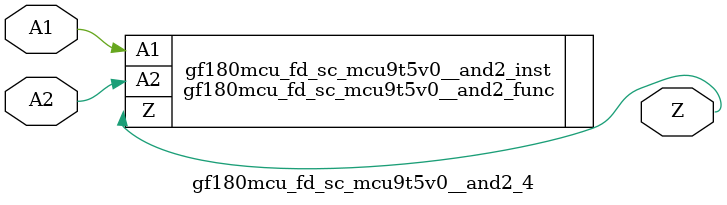
<source format=v>

`ifndef GF180MCU_FD_SC_MCU9T5V0__AND2_4_V
`define GF180MCU_FD_SC_MCU9T5V0__AND2_4_V

`include "gf180mcu_fd_sc_mcu9t5v0__and2_func.v"

`ifdef USE_POWER_PINS
module gf180mcu_fd_sc_mcu9t5v0__and2_4( A2, A1, Z, VDD, VSS );
inout VDD, VSS;
`else // If not USE_POWER_PINS
module gf180mcu_fd_sc_mcu9t5v0__and2_4( A2, A1, Z );
`endif // If not USE_POWER_PINS
input A1, A2;
output Z;

`ifdef USE_POWER_PINS
  gf180mcu_fd_sc_mcu9t5v0__and2_func gf180mcu_fd_sc_mcu9t5v0__and2_inst(.A2(A2),.A1(A1),.Z(Z),.VDD(VDD),.VSS(VSS));
`else // If not USE_POWER_PINS
  gf180mcu_fd_sc_mcu9t5v0__and2_func gf180mcu_fd_sc_mcu9t5v0__and2_inst(.A2(A2),.A1(A1),.Z(Z));
`endif // If not USE_POWER_PINS

`ifndef FUNCTIONAL
	// spec_gates_begin


	// spec_gates_end



   specify

	// specify_block_begin

	// comb arc A1 --> Z
	 (A1 => Z) = (1.0,1.0);

	// comb arc A2 --> Z
	 (A2 => Z) = (1.0,1.0);

	// specify_block_end

   endspecify

   `endif

endmodule
`endif // GF180MCU_FD_SC_MCU9T5V0__AND2_4_V

</source>
